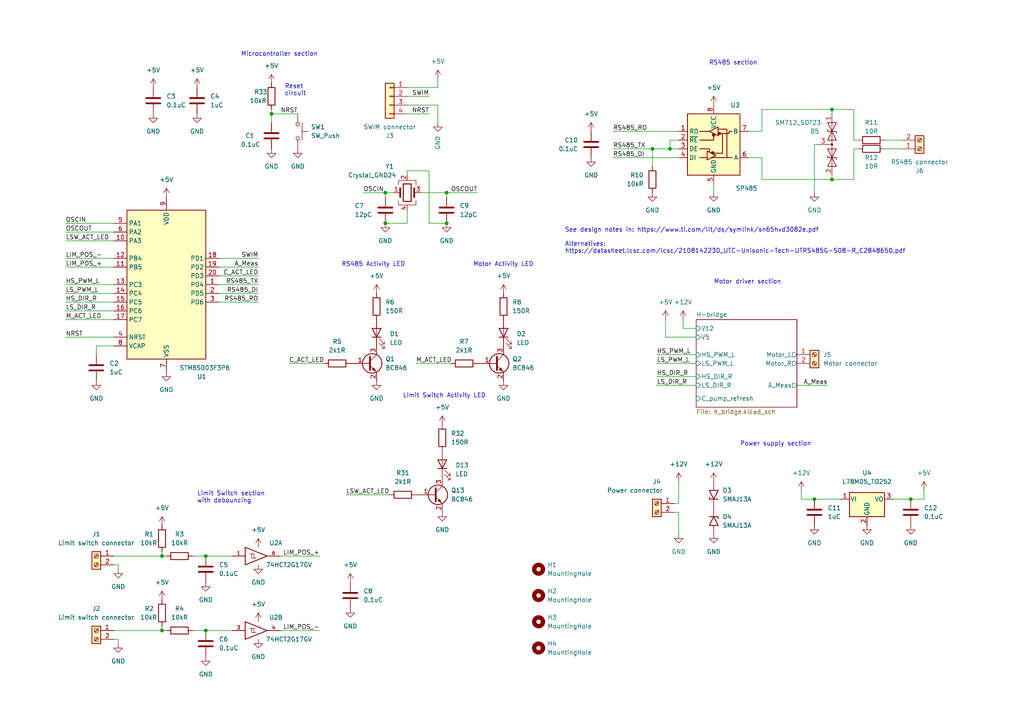
<source format=kicad_sch>
(kicad_sch (version 20211123) (generator eeschema)
  (paper "A4")
  (lib_symbols
    (symbol "74xGxx:74LVC2G17" (pin_names (offset 1.016))
      (property "Reference" "U" (at -2.54 3.81 0))
      (property "Value" "74LVC2G17" (at 0 -3.81 0))
      (symbol "74LVC2G17_0_1"
        (pin power_in line (at 0 -2.54 270) (length 0) hide (name "GND") (number "2"))
        (pin power_in line (at 0 2.54 90) (length 0) hide (name "VCC") (number "5"))
      )
      (symbol "74LVC2G17_1_1"
        (pin input line (at -7.62 0 0) (length 3.81) (name "~") (number "1"))
        (pin output line (at 6.35 0 180) (length 3.81) (name "~") (number "6"))
      )
      (symbol "74LVC2G17_2_1"
        (pin input line (at -7.62 0 0) (length 3.81) (name "~") (number "3"))
        (pin output line (at 6.35 0 180) (length 3.81) (name "~") (number "4"))
      )
    )
    (symbol "Connector:Screw_Terminal_01x02" (pin_names (offset 1.016) hide)
      (property "Reference" "J" (at 0 2.54 0))
      (property "Value" "Screw_Terminal_01x02" (at 0 -5.08 0))
      (symbol "Screw_Terminal_01x02_1_1"
        (pin passive line (at -5.08 0 0) (length 3.81) (name "Pin_1") (number "1"))
        (pin passive line (at -5.08 -2.54 0) (length 3.81) (name "Pin_2") (number "2"))
      )
    )
    (symbol "Connector_Generic:Conn_01x04" (pin_names (offset 1.016) hide)
      (property "Reference" "J" (at 0 5.08 0))
      (property "Value" "Conn_01x04" (at 0 -7.62 0))
      (symbol "Conn_01x04_1_1"
        (pin passive line (at -5.08 2.54 0) (length 3.81) (name "Pin_1") (number "1"))
        (pin passive line (at -5.08 0 0) (length 3.81) (name "Pin_2") (number "2"))
        (pin passive line (at -5.08 -2.54 0) (length 3.81) (name "Pin_3") (number "3"))
        (pin passive line (at -5.08 -5.08 0) (length 3.81) (name "Pin_4") (number "4"))
      )
    )
    (symbol "Device:C" (pin_numbers hide) (pin_names (offset 0.254))
      (property "Reference" "C" (at 0.635 2.54 0))
      (property "Value" "C" (at 0.635 -2.54 0))
      (symbol "C_1_1"
        (pin passive line (at 0 3.81 270) (length 2.794) (name "~") (number "1"))
        (pin passive line (at 0 -3.81 90) (length 2.794) (name "~") (number "2"))
      )
    )
    (symbol "Device:Crystal_GND24" (pin_names (offset 1.016) hide)
      (property "Reference" "Y" (at 3.175 5.08 0))
      (property "Value" "Crystal_GND24" (at 3.175 3.175 0))
      (symbol "Crystal_GND24_1_1"
        (pin passive line (at -3.81 0 0) (length 1.27) (name "1") (number "1"))
        (pin passive line (at 0 5.08 270) (length 1.27) (name "2") (number "2"))
        (pin passive line (at 3.81 0 180) (length 1.27) (name "3") (number "3"))
        (pin passive line (at 0 -5.08 90) (length 1.27) (name "4") (number "4"))
      )
    )
    (symbol "Device:LED" (pin_numbers hide) (pin_names (offset 1.016) hide)
      (property "Reference" "D" (at 0 2.54 0))
      (property "Value" "LED" (at 0 -2.54 0))
      (symbol "LED_1_1"
        (pin passive line (at -3.81 0 0) (length 2.54) (name "K") (number "1"))
        (pin passive line (at 3.81 0 180) (length 2.54) (name "A") (number "2"))
      )
    )
    (symbol "Device:R" (pin_numbers hide) (pin_names (offset 0))
      (property "Reference" "R" (at 2.032 0 90))
      (property "Value" "R" (at 0 0 90))
      (symbol "R_1_1"
        (pin passive line (at 0 3.81 270) (length 1.27) (name "~") (number "1"))
        (pin passive line (at 0 -3.81 90) (length 1.27) (name "~") (number "2"))
      )
    )
    (symbol "Diode:SM6T68A" (pin_numbers hide) (pin_names (offset 1.016) hide)
      (property "Reference" "D" (at 0 2.54 0))
      (property "Value" "SM6T68A" (at 0 -2.54 0))
      (symbol "SM6T68A_1_1"
        (pin passive line (at -3.81 0 0) (length 2.54) (name "A1") (number "1"))
        (pin passive line (at 3.81 0 180) (length 2.54) (name "A2") (number "2"))
      )
    )
    (symbol "Diode:SM712_SOT23" (pin_names (offset 1.016) hide)
      (property "Reference" "D" (at 0 4.445 0))
      (property "Value" "SM712_SOT23" (at 0 2.54 0))
      (symbol "SM712_SOT23_1_1"
        (pin passive line (at -8.89 0 0) (length 2.54) (name "A1") (number "1"))
        (pin passive line (at 8.89 0 180) (length 2.54) (name "A2") (number "2"))
        (pin input line (at 0 -3.81 90) (length 2.54) (name "common") (number "3"))
      )
    )
    (symbol "Interface_UART:ST485EBDR"
      (property "Reference" "U" (at -6.35 8.89 0))
      (property "Value" "ST485EBDR" (at 1.27 8.89 0))
      (symbol "ST485EBDR_1_1"
        (pin output line (at -10.16 2.54 0) (length 2.54) (name "RO") (number "1"))
        (pin input line (at -10.16 0 0) (length 2.54) (name "~{RE}") (number "2"))
        (pin input line (at -10.16 -2.54 0) (length 2.54) (name "DE") (number "3"))
        (pin input line (at -10.16 -5.08 0) (length 2.54) (name "DI") (number "4"))
        (pin power_in line (at 0 -12.7 90) (length 2.54) (name "GND") (number "5"))
        (pin bidirectional line (at 10.16 -5.08 180) (length 2.54) (name "A") (number "6"))
        (pin bidirectional line (at 10.16 2.54 180) (length 2.54) (name "B") (number "7"))
        (pin power_in line (at 0 10.16 270) (length 2.54) (name "VCC") (number "8"))
      )
    )
    (symbol "MCU_ST_STM8:STM8S003F3P"
      (property "Reference" "U" (at 1.27 25.4 0))
      (property "Value" "STM8S003F3P" (at 1.27 22.86 0))
      (symbol "STM8S003F3P_1_1"
        (pin bidirectional line (at 15.24 0 180) (length 3.81) (name "PD4") (number "1"))
        (pin bidirectional line (at -15.24 12.7 0) (length 3.81) (name "PA3") (number "10"))
        (pin bidirectional line (at -15.24 5.08 0) (length 3.81) (name "PB5") (number "11"))
        (pin bidirectional line (at -15.24 7.62 0) (length 3.81) (name "PB4") (number "12"))
        (pin bidirectional line (at -15.24 0 0) (length 3.81) (name "PC3") (number "13"))
        (pin bidirectional line (at -15.24 -2.54 0) (length 3.81) (name "PC4") (number "14"))
        (pin bidirectional line (at -15.24 -5.08 0) (length 3.81) (name "PC5") (number "15"))
        (pin bidirectional line (at -15.24 -7.62 0) (length 3.81) (name "PC6") (number "16"))
        (pin bidirectional line (at -15.24 -10.16 0) (length 3.81) (name "PC7") (number "17"))
        (pin bidirectional line (at 15.24 7.62 180) (length 3.81) (name "PD1") (number "18"))
        (pin bidirectional line (at 15.24 5.08 180) (length 3.81) (name "PD2") (number "19"))
        (pin bidirectional line (at 15.24 -2.54 180) (length 3.81) (name "PD5") (number "2"))
        (pin bidirectional line (at 15.24 2.54 180) (length 3.81) (name "PD3") (number "20"))
        (pin bidirectional line (at 15.24 -5.08 180) (length 3.81) (name "PD6") (number "3"))
        (pin input line (at -15.24 -15.24 0) (length 3.81) (name "NRST") (number "4"))
        (pin bidirectional line (at -15.24 17.78 0) (length 3.81) (name "PA1") (number "5"))
        (pin bidirectional line (at -15.24 15.24 0) (length 3.81) (name "PA2") (number "6"))
        (pin power_in line (at 0 -25.4 90) (length 3.81) (name "VSS") (number "7"))
        (pin passive line (at -15.24 -17.78 0) (length 3.81) (name "VCAP") (number "8"))
        (pin power_in line (at 0 25.4 270) (length 3.81) (name "VDD") (number "9"))
      )
    )
    (symbol "Mechanical:MountingHole" (pin_names (offset 1.016))
      (property "Reference" "H" (at 0 5.08 0))
      (property "Value" "MountingHole" (at 0 3.175 0))
    )
    (symbol "Regulator_Linear:LM78M05_TO252" (pin_names (offset 0.254))
      (property "Reference" "U" (at -3.81 3.175 0))
      (property "Value" "LM78M05_TO252" (at 0 3.175 0))
      (symbol "LM78M05_TO252_1_1"
        (pin power_in line (at -7.62 0 0) (length 2.54) (name "VI") (number "1"))
        (pin power_in line (at 0 -7.62 90) (length 2.54) (name "GND") (number "2"))
        (pin power_out line (at 7.62 0 180) (length 2.54) (name "VO") (number "3"))
      )
    )
    (symbol "Switch:SW_Push" (pin_numbers hide) (pin_names (offset 1.016) hide)
      (property "Reference" "SW" (at 1.27 2.54 0))
      (property "Value" "SW_Push" (at 0 -1.524 0))
      (symbol "SW_Push_0_1"
        (pin passive line (at -5.08 0 0) (length 2.54) (name "1") (number "1"))
        (pin passive line (at 5.08 0 180) (length 2.54) (name "2") (number "2"))
      )
    )
    (symbol "Transistor_BJT:BC846" (pin_names (offset 0) hide)
      (property "Reference" "Q" (at 5.08 1.905 0))
      (property "Value" "BC846" (at 5.08 0 0))
      (symbol "BC846_1_1"
        (pin input line (at -5.08 0 0) (length 5.715) (name "B") (number "1"))
        (pin passive line (at 2.54 -5.08 90) (length 2.54) (name "E") (number "2"))
        (pin passive line (at 2.54 5.08 270) (length 2.54) (name "C") (number "3"))
      )
    )
    (symbol "power:+12V" (power) (pin_names (offset 0))
      (property "Value" "+12V" (at 0 3.556 0))
      (symbol "+12V_1_1"
        (pin power_in line (at 0 0 90) (length 0) hide (name "+12V") (number "1"))
      )
    )
    (symbol "power:+5V" (power) (pin_names (offset 0))
      (property "Value" "+5V" (at 0 3.556 0))
      (symbol "+5V_1_1"
        (pin power_in line (at 0 0 90) (length 0) hide (name "+5V") (number "1"))
      )
    )
    (symbol "power:GND" (power) (pin_names (offset 0))
      (property "Value" "GND" (at 0 -3.81 0))
      (symbol "GND_1_1"
        (pin power_in line (at 0 0 270) (length 0) hide (name "GND") (number "1"))
      )
    )
  )
  (junction (at 189.23 43.18))
  (junction (at 59.69 182.88))
  (junction (at 194.31 43.18))
  (junction (at 46.99 182.88))
  (junction (at 46.99 161.29))
  (junction (at 129.54 55.88))
  (junction (at 78.74 33.02))
  (junction (at 111.76 55.88))
  (junction (at 241.3 31.75))
  (junction (at 129.54 64.77))
  (junction (at 59.69 161.29))
  (junction (at 241.3 52.07))
  (junction (at 111.76 64.77))
  (junction (at 236.22 144.78))
  (junction (at 264.16 144.78))
  (wire (pts (xy 236.22 144.78) (xy 243.84 144.78)))
  (wire (pts (xy 237.49 41.91) (xy 236.22 41.91)))
  (wire (pts (xy 256.54 40.64) (xy 261.62 40.64)))
  (wire (pts (xy 34.29 163.83) (xy 34.29 165.1)))
  (wire (pts (xy 232.41 144.78) (xy 236.22 144.78)))
  (wire (pts (xy 63.5 74.93) (xy 74.93 74.93)))
  (wire (pts (xy 118.11 27.94) (xy 124.46 27.94)))
  (wire (pts (xy 100.33 143.51) (xy 113.03 143.51)))
  (wire (pts (xy 111.76 55.88) (xy 111.76 57.15)))
  (wire (pts (xy 105.41 55.88) (xy 111.76 55.88)))
  (wire (pts (xy 118.11 60.96) (xy 118.11 64.77)))
  (wire (pts (xy 19.05 87.63) (xy 33.02 87.63)))
  (wire (pts (xy 196.85 148.59) (xy 196.85 154.94)))
  (wire (pts (xy 198.12 95.25) (xy 201.93 95.25)))
  (wire (pts (xy 27.94 100.33) (xy 33.02 100.33)))
  (wire (pts (xy 111.76 55.88) (xy 114.3 55.88)))
  (wire (pts (xy 190.5 109.22) (xy 201.93 109.22)))
  (wire (pts (xy 124.46 64.77) (xy 129.54 64.77)))
  (wire (pts (xy 63.5 85.09) (xy 74.93 85.09)))
  (wire (pts (xy 19.05 90.17) (xy 33.02 90.17)))
  (wire (pts (xy 195.58 148.59) (xy 196.85 148.59)))
  (wire (pts (xy 118.11 30.48) (xy 127 30.48)))
  (wire (pts (xy 261.62 43.18) (xy 256.54 43.18)))
  (wire (pts (xy 19.05 82.55) (xy 33.02 82.55)))
  (wire (pts (xy 267.97 142.24) (xy 267.97 144.78)))
  (wire (pts (xy 232.41 142.24) (xy 232.41 144.78)))
  (wire (pts (xy 83.82 105.41) (xy 93.98 105.41)))
  (wire (pts (xy 196.85 38.1) (xy 177.8 38.1)))
  (wire (pts (xy 196.85 43.18) (xy 194.31 43.18)))
  (wire (pts (xy 124.46 49.53) (xy 124.46 64.77)))
  (wire (pts (xy 231.14 111.76) (xy 240.03 111.76)))
  (wire (pts (xy 196.85 45.72) (xy 177.8 45.72)))
  (wire (pts (xy 247.65 43.18) (xy 247.65 52.07)))
  (wire (pts (xy 220.98 38.1) (xy 217.17 38.1)))
  (wire (pts (xy 118.11 25.4) (xy 127 25.4)))
  (wire (pts (xy 34.29 185.42) (xy 34.29 186.69)))
  (wire (pts (xy 63.5 80.01) (xy 74.93 80.01)))
  (wire (pts (xy 33.02 97.79) (xy 19.05 97.79)))
  (wire (pts (xy 207.01 53.34) (xy 207.01 55.88)))
  (wire (pts (xy 19.05 77.47) (xy 33.02 77.47)))
  (wire (pts (xy 190.5 111.76) (xy 201.93 111.76)))
  (wire (pts (xy 189.23 43.18) (xy 189.23 48.26)))
  (wire (pts (xy 241.3 52.07) (xy 241.3 50.8)))
  (wire (pts (xy 63.5 87.63) (xy 74.93 87.63)))
  (wire (pts (xy 46.99 182.88) (xy 48.26 182.88)))
  (wire (pts (xy 46.99 181.61) (xy 46.99 182.88)))
  (wire (pts (xy 63.5 82.55) (xy 74.93 82.55)))
  (wire (pts (xy 247.65 40.64) (xy 247.65 31.75)))
  (wire (pts (xy 78.74 33.02) (xy 86.36 33.02)))
  (wire (pts (xy 247.65 52.07) (xy 241.3 52.07)))
  (wire (pts (xy 220.98 31.75) (xy 220.98 38.1)))
  (wire (pts (xy 59.69 161.29) (xy 67.31 161.29)))
  (wire (pts (xy 198.12 92.71) (xy 198.12 95.25)))
  (wire (pts (xy 193.04 97.79) (xy 193.04 92.71)))
  (wire (pts (xy 196.85 146.05) (xy 196.85 139.7)))
  (wire (pts (xy 59.69 182.88) (xy 67.31 182.88)))
  (wire (pts (xy 118.11 49.53) (xy 118.11 50.8)))
  (wire (pts (xy 190.5 102.87) (xy 201.93 102.87)))
  (wire (pts (xy 129.54 55.88) (xy 129.54 57.15)))
  (wire (pts (xy 248.92 40.64) (xy 247.65 40.64)))
  (wire (pts (xy 190.5 105.41) (xy 201.93 105.41)))
  (wire (pts (xy 33.02 163.83) (xy 34.29 163.83)))
  (wire (pts (xy 81.28 161.29) (xy 92.71 161.29)))
  (wire (pts (xy 201.93 97.79) (xy 193.04 97.79)))
  (wire (pts (xy 259.08 144.78) (xy 264.16 144.78)))
  (wire (pts (xy 27.94 102.87) (xy 27.94 100.33)))
  (wire (pts (xy 194.31 43.18) (xy 189.23 43.18)))
  (wire (pts (xy 195.58 146.05) (xy 196.85 146.05)))
  (wire (pts (xy 33.02 185.42) (xy 34.29 185.42)))
  (wire (pts (xy 241.3 31.75) (xy 220.98 31.75)))
  (wire (pts (xy 121.92 55.88) (xy 129.54 55.88)))
  (wire (pts (xy 19.05 74.93) (xy 33.02 74.93)))
  (wire (pts (xy 118.11 64.77) (xy 111.76 64.77)))
  (wire (pts (xy 55.88 161.29) (xy 59.69 161.29)))
  (wire (pts (xy 78.74 31.75) (xy 78.74 33.02)))
  (wire (pts (xy 33.02 182.88) (xy 46.99 182.88)))
  (wire (pts (xy 46.99 161.29) (xy 48.26 161.29)))
  (wire (pts (xy 19.05 64.77) (xy 33.02 64.77)))
  (wire (pts (xy 81.28 182.88) (xy 92.71 182.88)))
  (wire (pts (xy 127 30.48) (xy 127 35.56)))
  (wire (pts (xy 19.05 67.31) (xy 33.02 67.31)))
  (wire (pts (xy 189.23 43.18) (xy 177.8 43.18)))
  (wire (pts (xy 247.65 31.75) (xy 241.3 31.75)))
  (wire (pts (xy 78.74 33.02) (xy 78.74 35.56)))
  (wire (pts (xy 118.11 49.53) (xy 124.46 49.53)))
  (wire (pts (xy 63.5 77.47) (xy 74.93 77.47)))
  (wire (pts (xy 46.99 160.02) (xy 46.99 161.29)))
  (wire (pts (xy 267.97 144.78) (xy 264.16 144.78)))
  (wire (pts (xy 19.05 85.09) (xy 33.02 85.09)))
  (wire (pts (xy 248.92 43.18) (xy 247.65 43.18)))
  (wire (pts (xy 220.98 45.72) (xy 220.98 52.07)))
  (wire (pts (xy 217.17 45.72) (xy 220.98 45.72)))
  (wire (pts (xy 241.3 31.75) (xy 241.3 33.02)))
  (wire (pts (xy 129.54 55.88) (xy 138.43 55.88)))
  (wire (pts (xy 196.85 40.64) (xy 194.31 40.64)))
  (wire (pts (xy 127 25.4) (xy 127 22.86)))
  (wire (pts (xy 33.02 161.29) (xy 46.99 161.29)))
  (wire (pts (xy 55.88 182.88) (xy 59.69 182.88)))
  (wire (pts (xy 118.11 33.02) (xy 124.46 33.02)))
  (wire (pts (xy 194.31 40.64) (xy 194.31 43.18)))
  (wire (pts (xy 120.65 105.41) (xy 130.81 105.41)))
  (wire (pts (xy 236.22 41.91) (xy 236.22 55.88)))
  (wire (pts (xy 19.05 69.85) (xy 33.02 69.85)))
  (wire (pts (xy 19.05 92.71) (xy 33.02 92.71)))
  (wire (pts (xy 220.98 52.07) (xy 241.3 52.07)))
  (text "Motor Activity LED" (at 137.16 77.47 0) (effects (font (size 1.27 1.27)) (justify left bottom)))
  (text "Microcontroller section" (at 69.85 16.51 0) (effects (font (size 1.27 1.27)) (justify left bottom)))
  (text "Reset\ncircuit" (at 82.55 27.94 0) (effects (font (size 1.27 1.27)) (justify left bottom)))
  (text "Motor driver section" (at 207.01 82.55 0) (effects (font (size 1.27 1.27)) (justify left bottom)))
  (text "Power supply section" (at 214.63 129.54 0) (effects (font (size 1.27 1.27)) (justify left bottom)))
  (text "RS485 Activity LED" (at 99.06 77.47 0) (effects (font (size 1.27 1.27)) (justify left bottom)))
  (text "Limit Switch section\nwith debouncing" (at 57.15 146.05 0) (effects (font (size 1.27 1.27)) (justify left bottom)))
  (text "Limit Switch Activity LED" (at 116.84 115.57 0) (effects (font (size 1.27 1.27)) (justify left bottom)))
  (text "RS485 section" (at 219.71 19.05 180) (effects (font (size 1.27 1.27)) (justify right bottom)))
  (text "See design notes in: https://www.ti.com/lit/ds/symlink/sn65hvd3082e.pdf\n\nAlternatives:\nhttps://datasheet.lcsc.com/lcsc/2108142230_UTC-Unisonic-Tech-UTRS485G-S08-R_C2848650.pdf" (at 163.83 73.66 0) (effects (font (size 1.27 1.27)) (justify left bottom)))
  (label "OSCOUT" (at 19.05 67.31 0))
  (label "HS_DIR_R" (at 190.5 109.22 0))
  (label "OSCIN" (at 19.05 64.77 0))
  (label "LS_PWM_L" (at 190.5 105.41 0))
  (label "LIM_POS_-" (at 19.05 74.93 0))
  (label "SWIM" (at 74.93 74.93 180))
  (label "OSCOUT" (at 138.43 55.88 180))
  (label "LIM_POS_+" (at 19.05 77.47 0))
  (label "RS485_RO" (at 177.8 38.1 0))
  (label "LIM_POS_+" (at 92.71 161.29 180))
  (label "RS485_TX" (at 177.8 43.18 0))
  (label "M_ACT_LED" (at 19.05 92.71 0))
  (label "NRST" (at 19.05 97.79 0))
  (label "C_ACT_LED" (at 74.93 80.01 180))
  (label "LS_PWM_L" (at 19.05 85.09 0))
  (label "C_ACT_LED" (at 83.82 105.41 0))
  (label "NRST" (at 86.36 33.02 180))
  (label "RS485_TX" (at 74.93 82.55 180))
  (label "OSCIN" (at 105.41 55.88 0))
  (label "RS485_DI" (at 74.93 85.09 180))
  (label "HS_DIR_R" (at 19.05 87.63 0))
  (label "LSW_ACT_LED" (at 100.33 143.51 0))
  (label "RS485_DI" (at 177.8 45.72 0))
  (label "NRST" (at 124.46 33.02 180))
  (label "A_Meas" (at 74.93 77.47 180))
  (label "M_ACT_LED" (at 120.65 105.41 0))
  (label "RS485_RO" (at 74.93 87.63 180))
  (label "LS_DIR_R" (at 190.5 111.76 0))
  (label "LIM_POS_-" (at 92.71 182.88 180))
  (label "A_Meas" (at 240.03 111.76 180))
  (label "SWIM" (at 124.46 27.94 180))
  (label "HS_PWM_L" (at 190.5 102.87 0))
  (label "LS_DIR_R" (at 19.05 90.17 0))
  (label "HS_PWM_L" (at 19.05 82.55 0))
  (label "LSW_ACT_LED" (at 19.05 69.85 0))
  (symbol (lib_id "power:+12V") (at 232.41 142.24 0) (unit 1)
    (property "Reference" "#PWR041" (effects hide))
    (property "Value" "+12V" (at 232.41 137.16 0))
  )
  (symbol (lib_id "Transistor_BJT:BC846") (at 143.51 105.41 0) (unit 1)
    (property "Reference" "Q2" (at 148.59 104.1399 0) (effects (justify left)))
    (property "Value" "BC846" (at 148.59 106.6799 0) (effects (justify left)))
    (property "Footprint" "Package_TO_SOT_SMD:SOT-23" (effects hide))
    (property "Datasheet" "https://datasheet.lcsc.com/lcsc/1811141222_Nexperia-BC846-215_C179342.pdf" (effects hide))
    (property "Manufacturer Part Number" "BC846,215" (effects hide))
  )
  (symbol (lib_id "power:+5V") (at 267.97 142.24 0) (unit 1)
    (property "Reference" "#PWR046" (effects hide))
    (property "Value" "+5V" (at 267.97 137.16 0))
  )
  (symbol (lib_id "Device:R") (at 46.99 156.21 0) (unit 1)
    (property "Reference" "R1" (at 41.91 154.94 0) (effects (justify left)))
    (property "Value" "10kR" (at 40.64 157.48 0) (effects (justify left)))
    (property "Footprint" "Resistor_SMD:R_0805_2012Metric_Pad1.20x1.40mm_HandSolder" (effects hide))
    (property "Datasheet" "https://datasheet.lcsc.com/lcsc/1810201611_YAGEO-RC0805FR-0710KL_C84376.pdf" (effects hide))
    (property "Manufacturer Part Number" "RC0805FR-0710KL" (effects hide))
  )
  (symbol (lib_id "power:GND") (at 146.05 110.49 0) (unit 1)
    (property "Reference" "#PWR028" (effects hide))
    (property "Value" "GND" (at 146.05 115.57 0))
  )
  (symbol (lib_id "power:GND") (at 127 35.56 0) (mirror y) (unit 1)
    (property "Reference" "#PWR025" (effects hide))
    (property "Value" "GND" (at 126.9999 39.37 90) (effects (justify right)))
  )
  (symbol (lib_id "power:+5V") (at 74.93 158.75 0) (unit 1)
    (property "Reference" "#PWR015" (effects hide))
    (property "Value" "+5V" (at 74.93 153.67 0))
  )
  (symbol (lib_id "Interface_UART:ST485EBDR") (at 207.01 40.64 0) (unit 1)
    (property "Reference" "U3" (at 214.63 30.48 0) (effects (justify right)))
    (property "Value" "SP485" (at 219.71 54.61 0) (effects (justify right)))
    (property "Footprint" "Package_SO:SOIC-8_3.9x4.9mm_P1.27mm" (effects hide))
    (property "Datasheet" "https://datasheet.lcsc.com/lcsc/2104081903_MaxLinear-SP485EEN-L-TR_C6855.pdf" (effects hide))
    (property "Manufacturer Part Number" "SP485EEN-L/TR" (effects hide))
  )
  (symbol (lib_id "power:GND") (at 236.22 152.4 0) (unit 1)
    (property "Reference" "#PWR043" (effects hide))
    (property "Value" "GND" (at 236.22 157.48 0))
  )
  (symbol (lib_id "power:GND") (at 101.6 176.53 0) (unit 1)
    (property "Reference" "#PWR023" (effects hide))
    (property "Value" "GND" (at 101.6 181.61 0))
  )
  (symbol (lib_id "Device:LED") (at 128.27 134.62 90) (unit 1)
    (property "Reference" "D13" (at 132.08 134.9374 90) (effects (justify right)))
    (property "Value" "LED" (at 132.08 137.4774 90) (effects (justify right)))
    (property "Footprint" "LED_SMD:LED_0805_2012Metric_Pad1.15x1.40mm_HandSolder" (effects hide))
    (property "Datasheet" "https://datasheet.lcsc.com/lcsc/1811011222_Everlight-Elec-17-21SYGC-S530-E2-TR8_C73548.pdf" (effects hide))
    (property "Manufacturer Part Number" "17-21SYGC/S530-E2/TR8" (effects hide))
  )
  (symbol (lib_id "power:+12V") (at 198.12 92.71 0) (unit 1)
    (property "Reference" "#PWR036" (effects hide))
    (property "Value" "+12V" (at 198.12 87.63 0))
  )
  (symbol (lib_id "power:GND") (at 27.94 110.49 0) (unit 1)
    (property "Reference" "#PWR02" (effects hide))
    (property "Value" "GND" (at 27.94 115.57 0))
  )
  (symbol (lib_id "power:GND") (at 74.93 163.83 0) (unit 1)
    (property "Reference" "#PWR016" (effects hide))
    (property "Value" "GND" (at 74.93 168.91 0))
  )
  (symbol (lib_id "Diode:SM712_SOT23") (at 241.3 41.91 270) (unit 1)
    (property "Reference" "D5" (at 234.95 38.1 90) (effects (justify left)))
    (property "Value" "SM712_SOT23" (at 224.79 35.56 90) (effects (justify left)))
    (property "Footprint" "Package_TO_SOT_SMD:SOT-23" (effects hide))
    (property "Datasheet" "https://datasheet.lcsc.com/lcsc/2108131930_TECH-PUBLIC-SM712_C521963.pdf" (effects hide))
    (property "Manufacturer Part Number" "SM712" (effects hide))
  )
  (symbol (lib_id "Transistor_BJT:BC846") (at 125.73 143.51 0) (unit 1)
    (property "Reference" "Q13" (at 130.81 142.2399 0) (effects (justify left)))
    (property "Value" "BC846" (at 130.81 144.7799 0) (effects (justify left)))
    (property "Footprint" "Package_TO_SOT_SMD:SOT-23" (effects hide))
    (property "Datasheet" "https://datasheet.lcsc.com/lcsc/1811141222_Nexperia-BC846-215_C179342.pdf" (effects hide))
    (property "Manufacturer Part Number" "BC846,215" (effects hide))
  )
  (symbol (lib_id "Mechanical:MountingHole") (at 156.21 165.1 0) (unit 1)
    (property "Reference" "H1" (at 158.75 163.8299 0) (effects (justify left)))
    (property "Value" "MountingHole" (at 158.75 166.3699 0) (effects (justify left)))
    (property "Footprint" "MountingHole:MountingHole_3.2mm_M3" (effects hide))
  )
  (symbol (lib_id "Device:C") (at 129.54 60.96 0) (unit 1)
    (property "Reference" "C9" (at 133.35 59.6899 0) (effects (justify left)))
    (property "Value" "12pC" (at 133.35 62.2299 0) (effects (justify left)))
    (property "Footprint" "Capacitor_SMD:C_0805_2012Metric_Pad1.18x1.45mm_HandSolder" (effects hide))
    (property "Datasheet" "https://datasheet.lcsc.com/lcsc/1811061533_YAGEO-CC0805JRNPO9BN120_C107108.pdf" (effects hide))
    (property "Manufacturer Part Number" "CC0805JRNPO9BN120" (effects hide))
  )
  (symbol (lib_id "power:GND") (at 264.16 152.4 0) (unit 1)
    (property "Reference" "#PWR045" (effects hide))
    (property "Value" "GND" (at 264.16 157.48 0))
  )
  (symbol (lib_id "Connector:Screw_Terminal_01x02") (at 27.94 161.29 0) (mirror y) (unit 1)
    (property "Reference" "J1" (at 27.94 154.94 0))
    (property "Value" "Limit switch connector" (at 27.94 157.48 0))
    (property "Footprint" "Connector_custom:JILN JL301-50002U01" (effects hide))
    (property "Datasheet" "https://datasheet.lcsc.com/lcsc/1912111437_JILN-JL301-50002U02_C395214.pdf" (effects hide))
    (property "Manufacturer Part Number" "JL301-50002U02" (effects hide))
  )
  (symbol (lib_id "power:GND") (at 74.93 185.42 0) (unit 1)
    (property "Reference" "#PWR018" (effects hide))
    (property "Value" "GND" (at 74.93 190.5 0))
  )
  (symbol (lib_id "Device:R") (at 78.74 27.94 0) (unit 1)
    (property "Reference" "R33" (at 73.66 26.67 0) (effects (justify left)))
    (property "Value" "10kR" (at 72.39 29.21 0) (effects (justify left)))
    (property "Footprint" "Resistor_SMD:R_0805_2012Metric_Pad1.20x1.40mm_HandSolder" (effects hide))
    (property "Datasheet" "https://datasheet.lcsc.com/lcsc/1810201611_YAGEO-RC0805FR-0710KL_C84376.pdf" (effects hide))
    (property "Manufacturer Part Number" "RC0805FR-0710KL" (effects hide))
  )
  (symbol (lib_id "power:+5V") (at 171.45 38.1 0) (mirror y) (unit 1)
    (property "Reference" "#PWR029" (effects hide))
    (property "Value" "+5V" (at 171.45 33.02 0))
  )
  (symbol (lib_id "Device:C") (at 111.76 60.96 0) (unit 1)
    (property "Reference" "C7" (at 102.87 59.69 0) (effects (justify left)))
    (property "Value" "12pC" (at 102.87 62.23 0) (effects (justify left)))
    (property "Footprint" "Capacitor_SMD:C_0805_2012Metric_Pad1.18x1.45mm_HandSolder" (effects hide))
    (property "Datasheet" "https://datasheet.lcsc.com/lcsc/1811061533_YAGEO-CC0805JRNPO9BN120_C107108.pdf" (effects hide))
    (property "Manufacturer Part Number" "CC0805JRNPO9BN120" (effects hide))
  )
  (symbol (lib_id "power:GND") (at 171.45 45.72 0) (mirror y) (unit 1)
    (property "Reference" "#PWR030" (effects hide))
    (property "Value" "GND" (at 171.45 50.8 0))
  )
  (symbol (lib_id "74xGxx:74LVC2G17") (at 74.93 182.88 0) (unit 2)
    (property "Reference" "U2" (at 80.01 179.07 0))
    (property "Value" "74HCT2G17GV" (at 83.82 185.42 0))
    (property "Footprint" "Package_SO:TSOP-6_1.65x3.05mm_P0.95mm" (effects hide))
    (property "Datasheet" "https://datasheet.lcsc.com/lcsc/2007022314_Nexperia-74HCT2G17GV-125_C547566.pdf" (effects hide))
    (property "Manufacturer Part Number" "74HCT2G17GV,125" (effects hide))
  )
  (symbol (lib_id "Device:LED") (at 146.05 96.52 90) (unit 1)
    (property "Reference" "D2" (at 149.86 96.8374 90) (effects (justify right)))
    (property "Value" "LED" (at 149.86 99.3774 90) (effects (justify right)))
    (property "Footprint" "LED_SMD:LED_0805_2012Metric_Pad1.15x1.40mm_HandSolder" (effects hide))
    (property "Datasheet" "https://datasheet.lcsc.com/lcsc/1811011222_Everlight-Elec-17-21SYGC-S530-E2-TR8_C73548.pdf" (effects hide))
    (property "Manufacturer Part Number" "17-21SYGC/S530-E2/TR8" (effects hide))
  )
  (symbol (lib_id "power:GND") (at 128.27 148.59 0) (unit 1)
    (property "Reference" "#PWR075" (effects hide))
    (property "Value" "GND" (at 128.27 153.67 0))
  )
  (symbol (lib_id "power:+5V") (at 74.93 180.34 0) (unit 1)
    (property "Reference" "#PWR017" (effects hide))
    (property "Value" "+5V" (at 74.93 175.26 0))
  )
  (symbol (lib_id "power:GND") (at 236.22 55.88 0) (mirror y) (unit 1)
    (property "Reference" "#PWR042" (effects hide))
    (property "Value" "GND" (at 236.22 60.96 0))
  )
  (symbol (lib_id "Device:C") (at 57.15 29.21 0) (unit 1)
    (property "Reference" "C4" (at 60.96 27.9399 0) (effects (justify left)))
    (property "Value" "1uC" (at 60.96 30.4799 0) (effects (justify left)))
    (property "Footprint" "Capacitor_SMD:C_0805_2012Metric_Pad1.18x1.45mm_HandSolder" (effects hide))
    (property "Datasheet" "https://datasheet.lcsc.com/lcsc/1810201241_Murata-Electronics-GCM21BR71E105KA56L_C85865.pdf" (effects hide))
    (property "Manufacturer Part Number" "GCM21BR71E105KA56L" (effects hide))
  )
  (symbol (lib_id "74xGxx:74LVC2G17") (at 74.93 161.29 0) (unit 1)
    (property "Reference" "U2" (at 80.01 157.48 0))
    (property "Value" "74HCT2G17GV" (at 83.82 163.83 0))
    (property "Footprint" "Package_SO:TSOP-6_1.65x3.05mm_P0.95mm" (effects hide))
    (property "Datasheet" "https://datasheet.lcsc.com/lcsc/2007022314_Nexperia-74HCT2G17GV-125_C547566.pdf" (effects hide))
    (property "Manufacturer Part Number" "74HCT2G17GV,125" (effects hide))
  )
  (symbol (lib_id "Connector:Screw_Terminal_01x02") (at 27.94 182.88 0) (mirror y) (unit 1)
    (property "Reference" "J2" (at 27.94 176.53 0))
    (property "Value" "Limit switch connector" (at 27.94 179.07 0))
    (property "Footprint" "Connector_custom:JILN JL301-50002U01" (effects hide))
    (property "Datasheet" "https://datasheet.lcsc.com/lcsc/1912111437_JILN-JL301-50002U02_C395214.pdf" (effects hide))
    (property "Manufacturer Part Number" "JL301-50002U02" (effects hide))
  )
  (symbol (lib_id "Connector:Screw_Terminal_01x02") (at 190.5 146.05 0) (mirror y) (unit 1)
    (property "Reference" "J4" (at 190.5 139.7 0))
    (property "Value" "Power connector" (at 184.15 142.24 0))
    (property "Footprint" "Connector_custom:JILN JL301-50002U01" (effects hide))
    (property "Datasheet" "https://datasheet.lcsc.com/lcsc/1912111437_JILN-JL301-50002U02_C395214.pdf" (effects hide))
    (property "Manufacturer Part Number" "JL301-50002U02" (effects hide))
  )
  (symbol (lib_id "Device:R") (at 128.27 127 0) (unit 1)
    (property "Reference" "R32" (at 130.81 125.7299 0) (effects (justify left)))
    (property "Value" "150R" (at 130.81 128.2699 0) (effects (justify left)))
    (property "Footprint" "Resistor_SMD:R_0805_2012Metric_Pad1.20x1.40mm_HandSolder" (effects hide))
    (property "Datasheet" "https://datasheet.lcsc.com/lcsc/1810311425_YAGEO-RC0805FR-07150RL_C114523.pdf" (effects hide))
    (property "Manufacturer Part Number" "RC0805FR-07150RL" (effects hide))
  )
  (symbol (lib_id "power:GND") (at 57.15 33.02 0) (unit 1)
    (property "Reference" "#PWR08" (effects hide))
    (property "Value" "GND" (at 57.15 38.1 0))
  )
  (symbol (lib_id "power:GND") (at 189.23 55.88 0) (mirror y) (unit 1)
    (property "Reference" "#PWR032" (effects hide))
    (property "Value" "GND" (at 189.23 60.96 0))
  )
  (symbol (lib_id "Device:C") (at 236.22 148.59 0) (unit 1)
    (property "Reference" "C11" (at 240.03 147.3199 0) (effects (justify left)))
    (property "Value" "1uC" (at 240.03 149.8599 0) (effects (justify left)))
    (property "Footprint" "Capacitor_SMD:C_0805_2012Metric_Pad1.18x1.45mm_HandSolder" (effects hide))
    (property "Datasheet" "https://datasheet.lcsc.com/lcsc/1810201241_Murata-Electronics-GCM21BR71E105KA56L_C85865.pdf" (effects hide))
    (property "Manufacturer Part Number" "GCM21BR71E105KA56L" (effects hide))
  )
  (symbol (lib_id "Regulator_Linear:LM78M05_TO252") (at 251.46 144.78 0) (unit 1)
    (property "Reference" "U4" (at 251.46 137.16 0))
    (property "Value" "L78M05_TO252" (at 251.46 139.7 0))
    (property "Footprint" "Package_TO_SOT_SMD:TO-252-2" (effects hide))
    (property "Datasheet" "https://datasheet.lcsc.com/lcsc/2112291530_STMicroelectronics-L78M05CDT-TR_C55509.pdf" (effects hide))
    (property "Manufacturer Part Number" "L78M05CDT-TR" (effects hide))
  )
  (symbol (lib_id "power:+5V") (at 57.15 25.4 0) (unit 1)
    (property "Reference" "#PWR07" (effects hide))
    (property "Value" "+5V" (at 57.15 20.32 0))
  )
  (symbol (lib_id "Device:C") (at 78.74 39.37 0) (unit 1)
    (property "Reference" "C1" (at 71.12 39.37 0) (effects (justify left)))
    (property "Value" "0.1uC" (at 69.85 41.91 0) (effects (justify left)))
    (property "Footprint" "Capacitor_SMD:C_0805_2012Metric_Pad1.18x1.45mm_HandSolder" (effects hide))
    (property "Datasheet" "https://datasheet.lcsc.com/lcsc/2006111832_YAGEO-CC0805KRX7R8BB104_C519981.pdf" (effects hide))
    (property "Manufacturer Part Number" "CC0805KRX7R8BB104" (effects hide))
  )
  (symbol (lib_id "power:+5V") (at 109.22 85.09 0) (unit 1)
    (property "Reference" "#PWR020" (effects hide))
    (property "Value" "+5V" (at 109.22 80.01 0))
  )
  (symbol (lib_id "power:GND") (at 129.54 64.77 0) (unit 1)
    (property "Reference" "#PWR026" (effects hide))
    (property "Value" "GND" (at 129.54 69.85 0))
  )
  (symbol (lib_id "Switch:SW_Push") (at 86.36 38.1 270) (unit 1)
    (property "Reference" "SW1" (at 90.17 36.8299 90) (effects (justify left)))
    (property "Value" "SW_Push" (at 90.17 39.3699 90) (effects (justify left)))
    (property "Footprint" "Button_Switch_THT:SW_PUSH_6mm" (effects hide))
    (property "Datasheet" "https://datasheet.lcsc.com/lcsc/1912111437_XUNPU-TS-1002-04526_C455090.pdf" (effects hide))
    (property "Manufacturer Part Number" "TS-1002-04526" (effects hide))
  )
  (symbol (lib_id "power:GND") (at 109.22 110.49 0) (unit 1)
    (property "Reference" "#PWR021" (effects hide))
    (property "Value" "GND" (at 109.22 115.57 0))
  )
  (symbol (lib_id "Device:R") (at 52.07 161.29 90) (unit 1)
    (property "Reference" "R3" (at 52.07 154.94 90))
    (property "Value" "10kR" (at 52.07 157.48 90))
    (property "Footprint" "Resistor_SMD:R_0805_2012Metric_Pad1.20x1.40mm_HandSolder" (effects hide))
    (property "Datasheet" "https://datasheet.lcsc.com/lcsc/1810201611_YAGEO-RC0805FR-0710KL_C84376.pdf" (effects hide))
    (property "Manufacturer Part Number" "RC0805FR-0710KL" (effects hide))
  )
  (symbol (lib_id "power:GND") (at 44.45 33.02 0) (unit 1)
    (property "Reference" "#PWR04" (effects hide))
    (property "Value" "GND" (at 44.45 38.1 0))
  )
  (symbol (lib_id "power:GND") (at 207.01 154.94 0) (unit 1)
    (property "Reference" "#PWR040" (effects hide))
    (property "Value" "GND" (at 207.01 160.02 0))
  )
  (symbol (lib_id "power:+12V") (at 196.85 139.7 0) (unit 1)
    (property "Reference" "#PWR034" (effects hide))
    (property "Value" "+12V" (at 196.85 134.62 0))
  )
  (symbol (lib_id "Connector:Screw_Terminal_01x02") (at 266.7 43.18 0) (mirror x) (unit 1)
    (property "Reference" "J6" (at 266.7 49.53 0))
    (property "Value" "RS485 connector" (at 266.7 46.99 0))
    (property "Footprint" "Connector_custom:JILN JL301-50002U01" (effects hide))
    (property "Datasheet" "https://datasheet.lcsc.com/lcsc/1912111437_JILN-JL301-50002U02_C395214.pdf" (effects hide))
    (property "Manufacturer Part Number" "JL301-50002U02" (effects hide))
  )
  (symbol (lib_id "power:+5V") (at 78.74 24.13 0) (unit 1)
    (property "Reference" "#PWR076" (effects hide))
    (property "Value" "+5V" (at 78.74 19.05 0))
  )
  (symbol (lib_id "Diode:SM6T68A") (at 207.01 143.51 90) (unit 1)
    (property "Reference" "D3" (at 209.55 142.2399 90) (effects (justify right)))
    (property "Value" "SMAJ13A" (at 209.55 144.7799 90) (effects (justify right)))
    (property "Footprint" "Diode_SMD:D_SMA" (effects hide))
    (property "Datasheet" "https://datasheet.lcsc.com/lcsc/1810061012_Diodes-Incorporated-SMAJ13A-13-F_C110519.pdf" (effects hide))
    (property "Manufacturer Part Number" "SMAJ13A-13-F" (effects hide))
  )
  (symbol (lib_id "Device:C") (at 264.16 148.59 0) (unit 1)
    (property "Reference" "C12" (at 267.97 147.3199 0) (effects (justify left)))
    (property "Value" "0.1uC" (at 267.97 149.8599 0) (effects (justify left)))
    (property "Footprint" "Capacitor_SMD:C_0805_2012Metric_Pad1.18x1.45mm_HandSolder" (effects hide))
    (property "Datasheet" "https://datasheet.lcsc.com/lcsc/2006111832_YAGEO-CC0805KRX7R8BB104_C519981.pdf" (effects hide))
    (property "Manufacturer Part Number" "CC0805KRX7R8BB104" (effects hide))
  )
  (symbol (lib_id "power:+5V") (at 46.99 173.99 0) (unit 1)
    (property "Reference" "#PWR012" (effects hide))
    (property "Value" "+5V" (at 46.99 168.91 0))
  )
  (symbol (lib_id "Device:C") (at 27.94 106.68 0) (unit 1)
    (property "Reference" "C2" (at 31.75 105.4099 0) (effects (justify left)))
    (property "Value" "1uC" (at 31.75 107.9499 0) (effects (justify left)))
    (property "Footprint" "Capacitor_SMD:C_0805_2012Metric_Pad1.18x1.45mm_HandSolder" (effects hide))
    (property "Datasheet" "https://datasheet.lcsc.com/lcsc/1810201241_Murata-Electronics-GCM21BR71E105KA56L_C85865.pdf" (effects hide))
    (property "Manufacturer Part Number" "GCM21BR71E105KA56L" (effects hide))
  )
  (symbol (lib_id "power:GND") (at 86.36 43.18 0) (unit 1)
    (property "Reference" "#PWR077" (effects hide))
    (property "Value" "GND" (at 86.36 48.26 0))
  )
  (symbol (lib_id "power:+5V") (at 101.6 168.91 0) (unit 1)
    (property "Reference" "#PWR022" (effects hide))
    (property "Value" "+5V" (at 101.6 163.83 0))
  )
  (symbol (lib_id "Device:C") (at 59.69 186.69 0) (unit 1)
    (property "Reference" "C6" (at 63.5 185.4199 0) (effects (justify left)))
    (property "Value" "0.1uC" (at 63.5 187.9599 0) (effects (justify left)))
    (property "Footprint" "Capacitor_SMD:C_0805_2012Metric_Pad1.18x1.45mm_HandSolder" (effects hide))
    (property "Datasheet" "https://datasheet.lcsc.com/lcsc/2006111832_YAGEO-CC0805KRX7R8BB104_C519981.pdf" (effects hide))
    (property "Manufacturer Part Number" "CC0805KRX7R8BB104" (effects hide))
  )
  (symbol (lib_id "power:+5V") (at 127 22.86 0) (mirror y) (unit 1)
    (property "Reference" "#PWR024" (effects hide))
    (property "Value" "+5V" (at 127 17.78 0))
  )
  (symbol (lib_id "power:GND") (at 48.26 107.95 0) (unit 1)
    (property "Reference" "#PWR010" (effects hide))
    (property "Value" "GND" (at 48.26 113.03 0))
  )
  (symbol (lib_id "Device:R") (at 146.05 88.9 0) (unit 1)
    (property "Reference" "R8" (at 148.59 87.6299 0) (effects (justify left)))
    (property "Value" "150R" (at 148.59 90.1699 0) (effects (justify left)))
    (property "Footprint" "Resistor_SMD:R_0805_2012Metric_Pad1.20x1.40mm_HandSolder" (effects hide))
    (property "Datasheet" "https://datasheet.lcsc.com/lcsc/1810311425_YAGEO-RC0805FR-07150RL_C114523.pdf" (effects hide))
    (property "Manufacturer Part Number" "RC0805FR-07150RL" (effects hide))
  )
  (symbol (lib_id "power:+5V") (at 46.99 152.4 0) (unit 1)
    (property "Reference" "#PWR011" (effects hide))
    (property "Value" "+5V" (at 46.99 147.32 0))
  )
  (symbol (lib_id "Device:Crystal_GND24") (at 118.11 55.88 0) (unit 1)
    (property "Reference" "Y1" (at 113.03 48.26 0))
    (property "Value" "Crystal_GND24" (at 107.95 50.8 0))
    (property "Footprint" "Crystal:Crystal_SMD_3225-4Pin_3.2x2.5mm_HandSoldering" (effects hide))
    (property "Datasheet" "https://datasheet.lcsc.com/lcsc/2110101030_Shenzhen-SCTF-Elec-SX3B16-000F0910F30_C2901667.pdf" (effects hide))
    (property "Manufacturer Part Number" "SX3B16.000F0910F30" (effects hide))
  )
  (symbol (lib_id "Device:C") (at 171.45 41.91 0) (mirror y) (unit 1)
    (property "Reference" "C10" (at 167.64 40.6399 0) (effects (justify left)))
    (property "Value" "0.1uC" (at 167.64 43.1799 0) (effects (justify left)))
    (property "Footprint" "Capacitor_SMD:C_0805_2012Metric_Pad1.18x1.45mm_HandSolder" (effects hide))
    (property "Datasheet" "https://datasheet.lcsc.com/lcsc/2006111832_YAGEO-CC0805KRX7R8BB104_C519981.pdf" (effects hide))
    (property "Manufacturer Part Number" "CC0805KRX7R8BB104" (effects hide))
  )
  (symbol (lib_id "MCU_ST_STM8:STM8S003F3P") (at 48.26 82.55 0) (unit 1)
    (property "Reference" "U1" (at 57.15 109.22 0) (effects (justify left)))
    (property "Value" "STM8S003F3P6" (at 52.07 106.68 0) (effects (justify left)))
    (property "Footprint" "Package_SO:TSSOP-20_4.4x6.5mm_P0.65mm" (effects hide))
    (property "Datasheet" "https://datasheet.lcsc.com/lcsc/1811091611_STMicroelectronics-STM8S003F3P6_C18615.pdf" (effects hide))
    (property "Manufacturer Part Number" "STM8S003F3P6" (effects hide))
  )
  (symbol (lib_id "power:+5V") (at 193.04 92.71 0) (unit 1)
    (property "Reference" "#PWR033" (effects hide))
    (property "Value" "+5V" (at 193.04 87.63 0))
  )
  (symbol (lib_id "Device:R") (at 97.79 105.41 90) (unit 1)
    (property "Reference" "R5" (at 97.79 99.06 90))
    (property "Value" "2k1R" (at 97.79 101.6 90))
    (property "Footprint" "Resistor_SMD:R_0805_2012Metric_Pad1.20x1.40mm_HandSolder" (effects hide))
    (property "Datasheet" "https://datasheet.lcsc.com/lcsc/1912111437_YAGEO-AC0805FR-072K1L_C228694.pdf" (effects hide))
    (property "Manufacturer Part Number" "AC0805FR-072K1L" (effects hide))
  )
  (symbol (lib_id "Transistor_BJT:BC846") (at 106.68 105.41 0) (unit 1)
    (property "Reference" "Q1" (at 111.76 104.1399 0) (effects (justify left)))
    (property "Value" "BC846" (at 111.76 106.6799 0) (effects (justify left)))
    (property "Footprint" "Package_TO_SOT_SMD:SOT-23" (effects hide))
    (property "Datasheet" "https://datasheet.lcsc.com/lcsc/1811141222_Nexperia-BC846-215_C179342.pdf" (effects hide))
    (property "Manufacturer Part Number" "BC846,215" (effects hide))
  )
  (symbol (lib_id "power:GND") (at 78.74 43.18 0) (unit 1)
    (property "Reference" "#PWR01" (effects hide))
    (property "Value" "GND" (at 78.74 48.26 0))
  )
  (symbol (lib_id "power:GND") (at 251.46 152.4 0) (unit 1)
    (property "Reference" "#PWR044" (effects hide))
    (property "Value" "GND" (at 251.46 157.48 0))
  )
  (symbol (lib_id "Device:C") (at 44.45 29.21 0) (unit 1)
    (property "Reference" "C3" (at 48.26 27.9399 0) (effects (justify left)))
    (property "Value" "0.1uC" (at 48.26 30.4799 0) (effects (justify left)))
    (property "Footprint" "Capacitor_SMD:C_0805_2012Metric_Pad1.18x1.45mm_HandSolder" (effects hide))
    (property "Datasheet" "https://datasheet.lcsc.com/lcsc/2006111832_YAGEO-CC0805KRX7R8BB104_C519981.pdf" (effects hide))
    (property "Manufacturer Part Number" "CC0805KRX7R8BB104" (effects hide))
  )
  (symbol (lib_id "power:+5V") (at 146.05 85.09 0) (unit 1)
    (property "Reference" "#PWR027" (effects hide))
    (property "Value" "+5V" (at 146.05 80.01 0))
  )
  (symbol (lib_id "power:GND") (at 59.69 190.5 0) (unit 1)
    (property "Reference" "#PWR014" (effects hide))
    (property "Value" "GND" (at 59.69 195.58 0))
  )
  (symbol (lib_id "power:+5V") (at 128.27 123.19 0) (unit 1)
    (property "Reference" "#PWR074" (effects hide))
    (property "Value" "+5V" (at 128.27 118.11 0))
  )
  (symbol (lib_id "power:GND") (at 59.69 168.91 0) (unit 1)
    (property "Reference" "#PWR013" (effects hide))
    (property "Value" "GND" (at 59.69 173.99 0))
  )
  (symbol (lib_id "Device:R") (at 134.62 105.41 90) (unit 1)
    (property "Reference" "R7" (at 134.62 99.06 90))
    (property "Value" "2k1R" (at 134.62 101.6 90))
    (property "Footprint" "Resistor_SMD:R_0805_2012Metric_Pad1.20x1.40mm_HandSolder" (effects hide))
    (property "Datasheet" "https://datasheet.lcsc.com/lcsc/1912111437_YAGEO-AC0805FR-072K1L_C228694.pdf" (effects hide))
    (property "Manufacturer Part Number" "AC0805FR-072K1L" (effects hide))
  )
  (symbol (lib_id "Device:C") (at 59.69 165.1 0) (unit 1)
    (property "Reference" "C5" (at 63.5 163.8299 0) (effects (justify left)))
    (property "Value" "0.1uC" (at 63.5 166.3699 0) (effects (justify left)))
    (property "Footprint" "Capacitor_SMD:C_0805_2012Metric_Pad1.18x1.45mm_HandSolder" (effects hide))
    (property "Datasheet" "https://datasheet.lcsc.com/lcsc/2006111832_YAGEO-CC0805KRX7R8BB104_C519981.pdf" (effects hide))
    (property "Manufacturer Part Number" "CC0805KRX7R8BB104" (effects hide))
  )
  (symbol (lib_id "power:GND") (at 34.29 165.1 0) (unit 1)
    (property "Reference" "#PWR05" (effects hide))
    (property "Value" "GND" (at 34.29 170.18 0))
  )
  (symbol (lib_id "power:+12V") (at 207.01 139.7 0) (unit 1)
    (property "Reference" "#PWR039" (effects hide))
    (property "Value" "+12V" (at 207.01 134.62 0))
  )
  (symbol (lib_id "Connector_Generic:Conn_01x04") (at 113.03 27.94 0) (mirror y) (unit 1)
    (property "Reference" "J3" (at 113.03 39.37 0))
    (property "Value" "SWIM connector" (at 113.03 36.83 0))
    (property "Footprint" "Connector_PinHeader_2.54mm:PinHeader_1x04_P2.54mm_Vertical" (effects hide))
    (property "Datasheet" "https://datasheet.lcsc.com/lcsc/2109071830_HCTL-PZ254-1-04-Z-8-5_C2894927.pdf" (effects hide))
    (property "Manufacturer Part Number" "PZ254-1-04-Z-8.5" (effects hide))
  )
  (symbol (lib_id "power:GND") (at 196.85 154.94 0) (unit 1)
    (property "Reference" "#PWR035" (effects hide))
    (property "Value" "GND" (at 196.85 160.02 0))
  )
  (symbol (lib_id "Diode:SM6T68A") (at 207.01 151.13 270) (unit 1)
    (property "Reference" "D4" (at 209.55 149.8599 90) (effects (justify left)))
    (property "Value" "SMAJ13A" (at 209.55 152.3999 90) (effects (justify left)))
    (property "Footprint" "Diode_SMD:D_SMA" (effects hide))
    (property "Datasheet" "https://datasheet.lcsc.com/lcsc/1810061012_Diodes-Incorporated-SMAJ13A-13-F_C110519.pdf" (effects hide))
    (property "Manufacturer Part Number" "SMAJ13A-13-F" (effects hide))
  )
  (symbol (lib_id "Device:R") (at 252.73 43.18 270) (mirror x) (unit 1)
    (property "Reference" "R12" (at 252.73 45.72 90))
    (property "Value" "10R" (at 252.73 48.26 90))
    (property "Footprint" "Resistor_SMD:R_0805_2012Metric_Pad1.20x1.40mm_HandSolder" (effects hide))
    (property "Datasheet" "https://datasheet.lcsc.com/lcsc/1810311320_YAGEO-AC0805JR-0710RL_C144537.pdf" (effects hide))
    (property "Manufacturer Part Number" "AC0805JR-0710RL" (effects hide))
  )
  (symbol (lib_id "power:GND") (at 207.01 55.88 0) (mirror y) (unit 1)
    (property "Reference" "#PWR038" (effects hide))
    (property "Value" "GND" (at 207.01 60.96 0))
  )
  (symbol (lib_id "Mechanical:MountingHole") (at 156.21 180.34 0) (unit 1)
    (property "Reference" "H3" (at 158.75 179.0699 0) (effects (justify left)))
    (property "Value" "MountingHole" (at 158.75 181.6099 0) (effects (justify left)))
    (property "Footprint" "MountingHole:MountingHole_3.2mm_M3" (effects hide))
  )
  (symbol (lib_id "Device:C") (at 101.6 172.72 0) (unit 1)
    (property "Reference" "C8" (at 105.41 171.4499 0) (effects (justify left)))
    (property "Value" "0.1uC" (at 105.41 173.9899 0) (effects (justify left)))
    (property "Footprint" "Capacitor_SMD:C_0805_2012Metric_Pad1.18x1.45mm_HandSolder" (effects hide))
    (property "Datasheet" "https://datasheet.lcsc.com/lcsc/2006111832_YAGEO-CC0805KRX7R8BB104_C519981.pdf" (effects hide))
    (property "Manufacturer Part Number" "CC0805KRX7R8BB104" (effects hide))
  )
  (symbol (lib_id "Device:R") (at 252.73 40.64 270) (mirror x) (unit 1)
    (property "Reference" "R11" (at 252.73 35.56 90))
    (property "Value" "10R" (at 252.73 38.1 90))
    (property "Footprint" "Resistor_SMD:R_0805_2012Metric_Pad1.20x1.40mm_HandSolder" (effects hide))
    (property "Datasheet" "https://datasheet.lcsc.com/lcsc/1810311320_YAGEO-AC0805JR-0710RL_C144537.pdf" (effects hide))
    (property "Manufacturer Part Number" "AC0805JR-0710RL" (effects hide))
  )
  (symbol (lib_id "Device:R") (at 189.23 52.07 0) (mirror y) (unit 1)
    (property "Reference" "R10" (at 186.69 50.7999 0) (effects (justify left)))
    (property "Value" "10kR" (at 186.69 53.3399 0) (effects (justify left)))
    (property "Footprint" "Resistor_SMD:R_0805_2012Metric_Pad1.20x1.40mm_HandSolder" (effects hide))
    (property "Datasheet" "https://datasheet.lcsc.com/lcsc/1810201611_YAGEO-RC0805FR-0710KL_C84376.pdf" (effects hide))
    (property "Manufacturer Part Number" "RC0805FR-0710KL" (effects hide))
  )
  (symbol (lib_id "Connector:Screw_Terminal_01x02") (at 236.22 102.87 0) (unit 1)
    (property "Reference" "J5" (at 238.76 102.8699 0) (effects (justify left)))
    (property "Value" "Motor connector" (at 238.76 105.4099 0) (effects (justify left)))
    (property "Footprint" "Connector_custom:JILN JL301-50002U01" (effects hide))
    (property "Datasheet" "https://datasheet.lcsc.com/lcsc/1912111437_JILN-JL301-50002U02_C395214.pdf" (effects hide))
    (property "Manufacturer Part Number" "JL301-50002U02" (effects hide))
  )
  (symbol (lib_id "power:GND") (at 34.29 186.69 0) (unit 1)
    (property "Reference" "#PWR06" (effects hide))
    (property "Value" "GND" (at 34.29 191.77 0))
  )
  (symbol (lib_id "Device:R") (at 52.07 182.88 90) (unit 1)
    (property "Reference" "R4" (at 52.07 176.53 90))
    (property "Value" "10kR" (at 52.07 179.07 90))
    (property "Footprint" "Resistor_SMD:R_0805_2012Metric_Pad1.20x1.40mm_HandSolder" (effects hide))
    (property "Datasheet" "https://datasheet.lcsc.com/lcsc/1810201611_YAGEO-RC0805FR-0710KL_C84376.pdf" (effects hide))
    (property "Manufacturer Part Number" "RC0805FR-0710KL" (effects hide))
  )
  (symbol (lib_id "Mechanical:MountingHole") (at 156.21 187.96 0) (unit 1)
    (property "Reference" "H4" (at 158.75 186.6899 0) (effects (justify left)))
    (property "Value" "MountingHole" (at 158.75 189.2299 0) (effects (justify left)))
    (property "Footprint" "MountingHole:MountingHole_3.2mm_M3" (effects hide))
  )
  (symbol (lib_id "power:GND") (at 111.76 64.77 0) (unit 1)
    (property "Reference" "#PWR019" (effects hide))
    (property "Value" "GND" (at 111.76 69.85 0))
  )
  (symbol (lib_id "power:+5V") (at 207.01 30.48 0) (mirror y) (unit 1)
    (property "Reference" "#PWR037" (effects hide))
    (property "Value" "+5V" (at 207.01 25.4 0))
  )
  (symbol (lib_id "power:+5V") (at 48.26 57.15 0) (unit 1)
    (property "Reference" "#PWR09" (effects hide))
    (property "Value" "+5V" (at 48.26 52.07 0))
  )
  (symbol (lib_id "Device:R") (at 46.99 177.8 0) (unit 1)
    (property "Reference" "R2" (at 41.91 176.53 0) (effects (justify left)))
    (property "Value" "10kR" (at 40.64 179.07 0) (effects (justify left)))
    (property "Footprint" "Resistor_SMD:R_0805_2012Metric_Pad1.20x1.40mm_HandSolder" (effects hide))
    (property "Datasheet" "https://datasheet.lcsc.com/lcsc/1810201611_YAGEO-RC0805FR-0710KL_C84376.pdf" (effects hide))
    (property "Manufacturer Part Number" "RC0805FR-0710KL" (effects hide))
  )
  (symbol (lib_id "power:+5V") (at 44.45 25.4 0) (unit 1)
    (property "Reference" "#PWR03" (effects hide))
    (property "Value" "+5V" (at 44.45 20.32 0))
  )
  (symbol (lib_id "Device:R") (at 109.22 88.9 0) (unit 1)
    (property "Reference" "R6" (at 111.76 87.6299 0) (effects (justify left)))
    (property "Value" "150R" (at 111.76 90.1699 0) (effects (justify left)))
    (property "Footprint" "Resistor_SMD:R_0805_2012Metric_Pad1.20x1.40mm_HandSolder" (effects hide))
    (property "Datasheet" "https://datasheet.lcsc.com/lcsc/1810311425_YAGEO-RC0805FR-07150RL_C114523.pdf" (effects hide))
    (property "Manufacturer Part Number" "RC0805FR-07150RL" (effects hide))
  )
  (symbol (lib_id "Device:R") (at 116.84 143.51 90) (unit 1)
    (property "Reference" "R31" (at 116.84 137.16 90))
    (property "Value" "2k1R" (at 116.84 139.7 90))
    (property "Footprint" "Resistor_SMD:R_0805_2012Metric_Pad1.20x1.40mm_HandSolder" (effects hide))
    (property "Datasheet" "https://datasheet.lcsc.com/lcsc/1912111437_YAGEO-AC0805FR-072K1L_C228694.pdf" (effects hide))
    (property "Manufacturer Part Number" "AC0805FR-072K1L" (effects hide))
  )
  (symbol (lib_id "Device:LED") (at 109.22 96.52 90) (unit 1)
    (property "Reference" "D1" (at 113.03 96.8374 90) (effects (justify right)))
    (property "Value" "LED" (at 113.03 99.3774 90) (effects (justify right)))
    (property "Footprint" "LED_SMD:LED_0805_2012Metric_Pad1.15x1.40mm_HandSolder" (effects hide))
    (property "Datasheet" "https://datasheet.lcsc.com/lcsc/1811011222_Everlight-Elec-17-21SYGC-S530-E2-TR8_C73548.pdf" (effects hide))
    (property "Manufacturer Part Number" "17-21SYGC/S530-E2/TR8" (effects hide))
  )
  (symbol (lib_id "Mechanical:MountingHole") (at 156.21 172.72 0) (unit 1)
    (property "Reference" "H2" (at 158.75 171.4499 0) (effects (justify left)))
    (property "Value" "MountingHole" (at 158.75 173.9899 0) (effects (justify left)))
    (property "Footprint" "MountingHole:MountingHole_3.2mm_M3" (effects hide))
  )
  (sheet (at 201.93 92.71) (size 29.21 25.4) (stroke (width 0.1524))
    (property "Sheet name" "H-bridge" (at 201.93 91.9984 0) (effects (justify left bottom)))
    (property "Sheet file" "h_bridge.kicad_sch" (at 201.93 118.6946 0) (effects (justify left top)))
    (pin "LS_PWM_L" input (at 201.93 105.41 180))
    (pin "HS_PWM_L" input (at 201.93 102.87 180))
    (pin "HS_DIR_R" input (at 201.93 109.22 180))
    (pin "LS_DIR_R" input (at 201.93 111.76 180))
    (pin "Motor_R" output (at 231.14 105.41 0))
    (pin "V12" input (at 201.93 95.25 180))
    (pin "V5" input (at 201.93 97.79 180))
    (pin "A_Meas" output (at 231.14 111.76 0))
    (pin "C_pump_refresh" input (at 201.93 115.57 180))
    (pin "Motor_L" output (at 231.14 102.87 0))
  )
)
</source>
